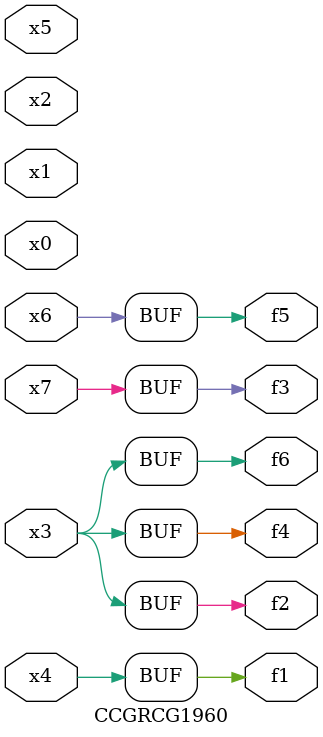
<source format=v>
module CCGRCG1960(
	input x0, x1, x2, x3, x4, x5, x6, x7,
	output f1, f2, f3, f4, f5, f6
);
	assign f1 = x4;
	assign f2 = x3;
	assign f3 = x7;
	assign f4 = x3;
	assign f5 = x6;
	assign f6 = x3;
endmodule

</source>
